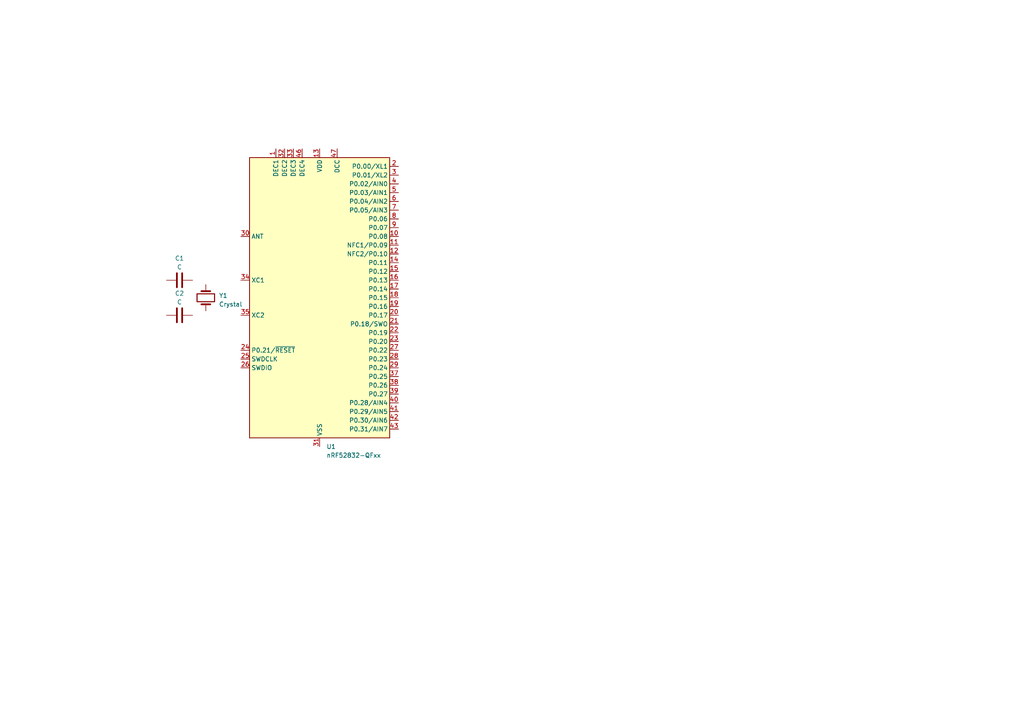
<source format=kicad_sch>
(kicad_sch (version 20230121) (generator eeschema)
  (paper "A4")
  (lib_symbols
    (symbol "Device:C" (pin_numbers hide) (pin_names (offset 0.254))
      (property "Reference" "C" (at 0.635 2.54 0))
      (property "Value" "C" (at 0.635 -2.54 0))
      (symbol "C_0_1"
        (polyline (pts (xy -2.032 -0.762) (xy 2.032 -0.762)) (stroke (width 0.508)))
        (polyline (pts (xy -2.032 0.762) (xy 2.032 0.762)) (stroke (width 0.508)))
      )
      (symbol "C_1_1"
        (pin passive line (at 0 3.81 270) (length 2.794) (name "~") (number "1"))
        (pin passive line (at 0 -3.81 90) (length 2.794) (name "~") (number "2"))
      )
    )
    (symbol "Device:Crystal" (pin_numbers hide) (pin_names (offset 1.016) hide)
      (property "Reference" "Y" (at 0 3.81 0))
      (property "Value" "Crystal" (at 0 -3.81 0))
      (symbol "Crystal_0_1"
        (rectangle (start -1.143 2.54) (end 1.143 -2.54) (stroke (width 0.3048)))
        (polyline (pts (xy -2.54 0) (xy -1.905 0)))
        (polyline (pts (xy -1.905 -1.27) (xy -1.905 1.27)) (stroke (width 0.508)))
        (polyline (pts (xy 1.905 -1.27) (xy 1.905 1.27)) (stroke (width 0.508)))
        (polyline (pts (xy 2.54 0) (xy 1.905 0)))
      )
      (symbol "Crystal_1_1"
        (pin passive line (at -3.81 0 0) (length 1.27) (name "1") (number "1"))
        (pin passive line (at 3.81 0 180) (length 1.27) (name "2") (number "2"))
      )
    )
    (symbol "MCU_Nordic:nRF52832-QFxx"
      (property "Reference" "U" (at 0 1.27 0))
      (property "Value" "nRF52832-QFxx" (at 0 -1.27 0))
      (symbol "nRF52832-QFxx_0_1"
        (rectangle (start -20.32 40.64) (end 20.32 -40.64) (stroke (width 0.254)) (fill (type background)))
      )
      (symbol "nRF52832-QFxx_1_1"
        (pin passive line (at -12.7 43.18 270) (length 2.54) (name "DEC1") (number "1"))
        (pin bidirectional line (at 22.86 17.78 180) (length 2.54) (name "P0.08") (number "10"))
        (pin bidirectional line (at 22.86 15.24 180) (length 2.54) (name "NFC1/P0.09") (number "11"))
        (pin bidirectional line (at 22.86 12.7 180) (length 2.54) (name "NFC2/P0.10") (number "12"))
        (pin power_in line (at 0 43.18 270) (length 2.54) (name "VDD") (number "13"))
        (pin bidirectional line (at 22.86 10.16 180) (length 2.54) (name "P0.11") (number "14"))
        (pin bidirectional line (at 22.86 7.62 180) (length 2.54) (name "P0.12") (number "15"))
        (pin bidirectional line (at 22.86 5.08 180) (length 2.54) (name "P0.13") (number "16"))
        (pin bidirectional line (at 22.86 2.54 180) (length 2.54) (name "P0.14") (number "17"))
        (pin bidirectional line (at 22.86 0 180) (length 2.54) (name "P0.15") (number "18"))
        (pin bidirectional line (at 22.86 -2.54 180) (length 2.54) (name "P0.16") (number "19"))
        (pin bidirectional line (at 22.86 38.1 180) (length 2.54) (name "P0.00/XL1") (number "2"))
        (pin bidirectional line (at 22.86 -5.08 180) (length 2.54) (name "P0.17") (number "20"))
        (pin bidirectional line (at 22.86 -7.62 180) (length 2.54) (name "P0.18/SWO") (number "21"))
        (pin bidirectional line (at 22.86 -10.16 180) (length 2.54) (name "P0.19") (number "22"))
        (pin bidirectional line (at 22.86 -12.7 180) (length 2.54) (name "P0.20") (number "23"))
        (pin bidirectional line (at -22.86 -15.24 0) (length 2.54) (name "P0.21/~{RESET}") (number "24"))
        (pin input line (at -22.86 -17.78 0) (length 2.54) (name "SWDCLK") (number "25"))
        (pin bidirectional line (at -22.86 -20.32 0) (length 2.54) (name "SWDIO") (number "26"))
        (pin bidirectional line (at 22.86 -15.24 180) (length 2.54) (name "P0.22") (number "27"))
        (pin bidirectional line (at 22.86 -17.78 180) (length 2.54) (name "P0.23") (number "28"))
        (pin bidirectional line (at 22.86 -20.32 180) (length 2.54) (name "P0.24") (number "29"))
        (pin bidirectional line (at 22.86 35.56 180) (length 2.54) (name "P0.01/XL2") (number "3"))
        (pin passive line (at -22.86 17.78 0) (length 2.54) (name "ANT") (number "30"))
        (pin power_in line (at 0 -43.18 90) (length 2.54) (name "VSS") (number "31"))
        (pin passive line (at -10.16 43.18 270) (length 2.54) (name "DEC2") (number "32"))
        (pin passive line (at -7.62 43.18 270) (length 2.54) (name "DEC3") (number "33"))
        (pin input line (at -22.86 5.08 0) (length 2.54) (name "XC1") (number "34"))
        (pin input line (at -22.86 -5.08 0) (length 2.54) (name "XC2") (number "35"))
        (pin passive line (at 0 43.18 270) (length 2.54) hide (name "VDD") (number "36"))
        (pin bidirectional line (at 22.86 -22.86 180) (length 2.54) (name "P0.25") (number "37"))
        (pin bidirectional line (at 22.86 -25.4 180) (length 2.54) (name "P0.26") (number "38"))
        (pin bidirectional line (at 22.86 -27.94 180) (length 2.54) (name "P0.27") (number "39"))
        (pin bidirectional line (at 22.86 33.02 180) (length 2.54) (name "P0.02/AIN0") (number "4"))
        (pin bidirectional line (at 22.86 -30.48 180) (length 2.54) (name "P0.28/AIN4") (number "40"))
        (pin bidirectional line (at 22.86 -33.02 180) (length 2.54) (name "P0.29/AIN5") (number "41"))
        (pin bidirectional line (at 22.86 -35.56 180) (length 2.54) (name "P0.30/AIN6") (number "42"))
        (pin bidirectional line (at 22.86 -38.1 180) (length 2.54) (name "P0.31/AIN7") (number "43"))
        (pin no_connect line (at -20.32 -30.48 0) (length 2.54) hide (name "NC") (number "44"))
        (pin passive line (at 0 -43.18 90) (length 2.54) hide (name "VSS") (number "45"))
        (pin passive line (at -5.08 43.18 270) (length 2.54) (name "DEC4") (number "46"))
        (pin power_out line (at 5.08 43.18 270) (length 2.54) (name "DCC") (number "47"))
        (pin passive line (at 0 43.18 270) (length 2.54) hide (name "VDD") (number "48"))
        (pin passive line (at 0 -43.18 90) (length 2.54) hide (name "VSS") (number "49"))
        (pin bidirectional line (at 22.86 30.48 180) (length 2.54) (name "P0.03/AIN1") (number "5"))
        (pin bidirectional line (at 22.86 27.94 180) (length 2.54) (name "P0.04/AIN2") (number "6"))
        (pin bidirectional line (at 22.86 25.4 180) (length 2.54) (name "P0.05/AIN3") (number "7"))
        (pin bidirectional line (at 22.86 22.86 180) (length 2.54) (name "P0.06") (number "8"))
        (pin bidirectional line (at 22.86 20.32 180) (length 2.54) (name "P0.07") (number "9"))
      )
    )
  )
  (symbol (lib_id "MCU_Nordic:nRF52832-QFxx") (at 92.71 86.36 0) (unit 1)
    (property "Reference" "U1" (at 94.6659 129.54 0) (effects (justify left)))
    (property "Value" "nRF52832-QFxx" (at 94.6659 132.08 0) (effects (justify left)))
    (property "Footprint" "Package_DFN_QFN:QFN-48-1EP_6x6mm_P0.4mm_EP4.6x4.6mm" (effects hide))
    (property "Datasheet" "http://infocenter.nordicsemi.com/pdf/nRF52832_PS_v1.4.pdf" (effects hide))
  )
  (symbol (lib_id "Device:C") (at 52.07 91.44 90) (unit 1)
    (property "Reference" "C2" (at 52.07 85.09 90))
    (property "Value" "C" (at 52.07 87.63 90))
  )
  (symbol (lib_id "Device:Crystal") (at 59.69 86.36 90) (unit 1)
    (property "Reference" "Y1" (at 63.5 85.725 90) (effects (justify right)))
    (property "Value" "Crystal" (at 63.5 88.265 90) (effects (justify right)))
  )
  (symbol (lib_id "Device:C") (at 52.07 81.28 90) (unit 1)
    (property "Reference" "C1" (at 52.07 74.93 90))
    (property "Value" "C" (at 52.07 77.47 90))
  )
)
</source>
